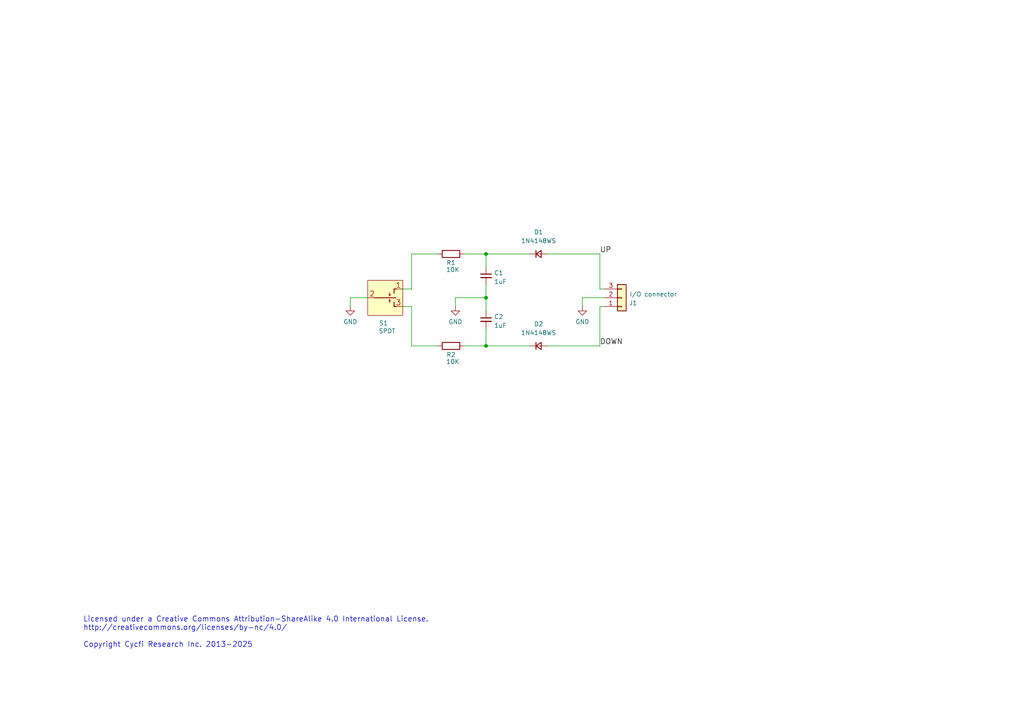
<source format=kicad_sch>
(kicad_sch (version 20250114) (generator "eeschema") (generator_version "9.0")
  (paper "A4")
  (title_block (title "2-Way Switch") (date "2025-08-21") (rev "v2.6") (company "Document Number: 2025006"))
  (lib_symbols
    (symbol "Connector_Generic:Conn_01x03" (pin_names (offset 1.016) (hide yes))
      (property "Reference" "J" (at 0 5.08 0))
      (property "Value" "Conn_01x03" (at 0 -5.08 0))
      (symbol "Conn_01x03_1_1"
        (rectangle (start -1.27 3.81) (end 1.27 -3.81) (stroke (width 0.254)) (fill (type background)))
        (rectangle (start -1.27 2.667) (end 0 2.413) (stroke (width 0.1524)))
        (rectangle (start -1.27 0.127) (end 0 -0.127) (stroke (width 0.1524)))
        (rectangle (start -1.27 -2.413) (end 0 -2.667) (stroke (width 0.1524)))
        (pin passive line (at -5.08 2.54 0) (length 3.81) (name "Pin_1") (number "1"))
        (pin passive line (at -5.08 0 0) (length 3.81) (name "Pin_2") (number "2"))
        (pin passive line (at -5.08 -2.54 0) (length 3.81) (name "Pin_3") (number "3"))
      )
    )
    (symbol "Device:C_Small" (pin_numbers (hide yes)) (pin_names (offset 0.254) (hide yes))
      (property "Reference" "C" (at 0.254 1.778 0))
      (property "Value" "C_Small" (at 0.254 -2.032 0))
      (symbol "C_Small_0_1"
        (polyline (pts (xy -1.524 0.508) (xy 1.524 0.508)) (stroke (width 0.3048)))
        (polyline (pts (xy -1.524 -0.508) (xy 1.524 -0.508)) (stroke (width 0.3302)))
      )
      (symbol "C_Small_1_1"
        (pin passive line (at 0 2.54 270) (length 2.032) (name "~") (number "1"))
        (pin passive line (at 0 -2.54 90) (length 2.032) (name "~") (number "2"))
      )
    )
    (symbol "Device:D_Small" (pin_numbers (hide yes)) (pin_names (offset 0.254) (hide yes))
      (property "Reference" "D" (at -1.27 2.032 0))
      (property "Value" "D_Small" (at -3.81 -2.032 0))
      (symbol "D_Small_0_1"
        (polyline (pts (xy -0.762 0) (xy 0.762 0)))
        (polyline (pts (xy -0.762 -1.016) (xy -0.762 1.016)) (stroke (width 0.254)))
        (polyline (pts (xy 0.762 -1.016) (xy -0.762 0) (xy 0.762 1.016) (xy 0.762 -1.016)) (stroke (width 0.254)))
      )
      (symbol "D_Small_1_1"
        (pin passive line (at -2.54 0 0) (length 1.778) (name "K") (number "1"))
        (pin passive line (at 2.54 0 180) (length 1.778) (name "A") (number "2"))
      )
    )
    (symbol "Device:R" (pin_numbers (hide yes)) (pin_names (offset 0))
      (property "Reference" "R" (at 2.032 0 90))
      (property "Value" "R" (at 0 0 90))
      (symbol "R_0_1"
        (rectangle (start -1.016 -2.54) (end 1.016 2.54) (stroke (width 0.254)))
      )
      (symbol "R_1_1"
        (pin passive line (at 0 3.81 270) (length 1.27) (name "~") (number "1"))
        (pin passive line (at 0 -3.81 90) (length 1.27) (name "~") (number "2"))
      )
    )
    (symbol "cycfi_library:Momentary_SPDT"
      (property "Reference" "S1" (at 7.874 -2.794 90))
      (property "Value" "SPDT" (at 10.414 -2.794 90))
      (symbol "Momentary_SPDT_1_0"
        (polyline (pts (xy -2.54 2.54) (xy -2.54 3.175)) (stroke (width 0.254)))
        (polyline (pts (xy -2.54 2.54) (xy -1.27 2.54)) (stroke (width 0.254)))
        (polyline (pts (xy -1.524 1.27) (xy -0.508 1.27)) (stroke (width 0.1524)))
        (polyline (pts (xy -0.508 1.27) (xy -1.016 1.524)) (stroke (width 0.1524)))
        (polyline (pts (xy -0.508 1.27) (xy -1.016 1.016)) (stroke (width 0.1524)))
        (polyline (pts (xy 0 -3.175) (xy 0 3.048)) (stroke (width 0.254)))
        (polyline (pts (xy 0.508 1.27) (xy 1.016 1.524)) (stroke (width 0.1524)))
        (polyline (pts (xy 0.508 1.27) (xy 1.016 1.016)) (stroke (width 0.1524)))
        (polyline (pts (xy 0.508 1.27) (xy 1.524 1.27)) (stroke (width 0.1524)))
        (polyline (pts (xy 1.27 2.54) (xy 2.54 2.54)) (stroke (width 0.254)))
        (polyline (pts (xy 2.54 2.54) (xy 2.54 3.175)) (stroke (width 0.254)))
        (pin passive line (at -2.54 5.08 270) (length 2.54) (name "O") (number "1"))
        (pin passive line (at 0 -5.08 90) (length 2.54) (name "P") (number "2"))
        (pin passive line (at 2.54 5.08 270) (length 2.54) (name "S") (number "3"))
      )
      (symbol "Momentary_SPDT_1_1"
        (rectangle (start -5.08 5.08) (end 5.08 -5.08) (fill (type background)))
      )
    )
    (symbol "power:GND" (power) (pin_numbers (hide yes)) (pin_names (offset 0) (hide yes))
      (property "Value" "GND" (at 0 -3.81 0))
      (symbol "GND_0_1"
        (polyline (pts (xy 0 0) (xy 0 -1.27) (xy 1.27 -1.27) (xy 0 -2.54) (xy -1.27 -1.27) (xy 0 -1.27)))
      )
      (symbol "GND_1_1"
        (pin power_in line (at 0 0 270) (length 0) (name "~") (number "1"))
      )
    )
  )
  (text "Licensed under a Creative Commons Attribution-ShareAlike 4.0 International License. \nhttp://creativecommons.org/licenses/by-nc/4.0/\n\nCopyright Cycfi Research Inc. 2013-2025" (at 24.13 187.96 0) (effects (font (size 1.524 1.524)) (justify left bottom)))
  (junction (at 140.97 86.36))
  (junction (at 140.97 100.33))
  (junction (at 140.97 73.66))
  (wire (pts (xy 158.75 100.33) (xy 173.99 100.33)))
  (wire (pts (xy 140.97 73.66) (xy 153.67 73.66)))
  (wire (pts (xy 119.38 83.82) (xy 116.84 83.82)) (stroke (width 0.1524)))
  (wire (pts (xy 140.97 86.36) (xy 140.97 90.17)))
  (wire (pts (xy 119.38 88.9) (xy 116.84 88.9)))
  (wire (pts (xy 132.08 88.9) (xy 132.08 86.36)))
  (wire (pts (xy 106.68 86.36) (xy 101.6 86.36)))
  (wire (pts (xy 132.08 86.36) (xy 140.97 86.36)))
  (wire (pts (xy 173.99 83.82) (xy 175.26 83.82)))
  (wire (pts (xy 140.97 95.25) (xy 140.97 100.33)))
  (wire (pts (xy 168.91 86.36) (xy 175.26 86.36)))
  (wire (pts (xy 158.75 73.66) (xy 173.99 73.66)))
  (wire (pts (xy 168.91 88.9) (xy 168.91 86.36)))
  (wire (pts (xy 140.97 100.33) (xy 153.67 100.33)))
  (wire (pts (xy 134.62 100.33) (xy 140.97 100.33)))
  (wire (pts (xy 173.99 88.9) (xy 173.99 100.33)))
  (wire (pts (xy 134.62 73.66) (xy 140.97 73.66)) (stroke (width 0.1524)))
  (wire (pts (xy 119.38 73.66) (xy 119.38 83.82)) (stroke (width 0.1524)))
  (wire (pts (xy 119.38 100.33) (xy 127 100.33)))
  (wire (pts (xy 119.38 73.66) (xy 127 73.66)) (stroke (width 0.1524)))
  (wire (pts (xy 119.38 88.9) (xy 119.38 100.33)))
  (wire (pts (xy 101.6 86.36) (xy 101.6 88.9)))
  (wire (pts (xy 140.97 82.55) (xy 140.97 86.36)))
  (wire (pts (xy 173.99 88.9) (xy 175.26 88.9)))
  (wire (pts (xy 140.97 77.47) (xy 140.97 73.66)) (stroke (width 0.1524)))
  (wire (pts (xy 173.99 83.82) (xy 173.99 73.66)))
  (label "DOWN" (at 173.99 100.33 0) (effects (font (size 1.524 1.524))))
  (label "UP" (at 173.99 73.66 0) (effects (font (size 1.524 1.524))))
  (symbol (lib_id "Device:D_Small") (at 156.21 73.66 0) (unit 1)
    (property "Reference" "D1" (at 156.21 67.31 0))
    (property "Value" "1N4148WS" (at 156.21 69.85 0))
    (property "Footprint" "Diode_SMD:D_SOD-323" (effects (hide yes)))
    (property "Description" "Diode, small symbol" (effects (hide yes)))
    (property "LCSC" "C2128" (effects (hide yes)))
    (property "Sim.Device" "D" (effects (hide yes)))
    (property "Sim.Pins" "1=K 2=A" (effects (hide yes)))
  )
  (symbol (lib_id "Device:C_Small") (at 140.97 80.01 0) (unit 1)
    (property "Reference" "C1" (at 143.2941 79.1816 0) (effects (justify left)))
    (property "Value" "1uF" (at 143.2941 81.7185 0) (effects (justify left)))
    (property "Footprint" "Capacitor_SMD:C_0603_1608Metric" (effects (hide yes)))
    (property "Description" "Unpolarized capacitor, small symbol" (effects (hide yes)))
    (property "LCSC" "C15849" (effects (hide yes)))
  )
  (symbol (lib_id "cycfi_library:Momentary_SPDT") (at 111.76 86.36 270) (unit 1)
    (property "Reference" "S1" (at 111.252 93.726 90))
    (property "Value" "SPDT" (at 112.268 96.012 90))
    (property "Footprint" "cycfi_library:MINI_SPDT" (effects (hide yes)))
  )
  (symbol (lib_id "power:GND") (at 101.6 88.9 0) (unit 1)
    (property "Reference" "#PWR03" (effects (hide yes)))
    (property "Value" "GND" (at 101.6 93.3434 0))
    (property "Description" "Power symbol creates a global label with name \"GND\" , ground" (effects (hide yes)))
  )
  (symbol (lib_id "Device:D_Small") (at 156.21 100.33 0) (unit 1)
    (property "Reference" "D2" (at 156.21 93.98 0))
    (property "Value" "1N4148WS" (at 156.21 96.52 0))
    (property "Footprint" "Diode_SMD:D_SOD-323" (effects (hide yes)))
    (property "Description" "Diode, small symbol" (effects (hide yes)))
    (property "LCSC" "C2128" (effects (hide yes)))
    (property "Sim.Device" "D" (effects (hide yes)))
    (property "Sim.Pins" "1=K 2=A" (effects (hide yes)))
  )
  (symbol (lib_id "power:GND") (at 132.08 88.9 0) (unit 1)
    (property "Reference" "#PWR01" (effects (hide yes)))
    (property "Value" "GND" (at 132.08 93.3434 0))
    (property "Description" "Power symbol creates a global label with name \"GND\" , ground" (effects (hide yes)))
  )
  (symbol (lib_id "Device:C_Small") (at 140.97 92.71 0) (unit 1)
    (property "Reference" "C2" (at 143.2941 91.8816 0) (effects (justify left)))
    (property "Value" "1uF" (at 143.2941 94.4185 0) (effects (justify left)))
    (property "Footprint" "Capacitor_SMD:C_0603_1608Metric" (effects (hide yes)))
    (property "Description" "Unpolarized capacitor, small symbol" (effects (hide yes)))
    (property "LCSC" "C15849" (effects (hide yes)))
  )
  (symbol (lib_id "power:GND") (at 168.91 88.9 0) (unit 1)
    (property "Reference" "#PWR04" (effects (hide yes)))
    (property "Value" "GND" (at 168.91 93.3434 0))
    (property "Description" "Power symbol creates a global label with name \"GND\" , ground" (effects (hide yes)))
  )
  (symbol (lib_id "Connector_Generic:Conn_01x03") (at 180.34 86.36 0) (mirror x) (unit 1)
    (property "Reference" "J1" (at 183.642 87.884 0))
    (property "Value" "I/O connector" (at 189.484 85.344 0))
    (property "Footprint" "cycfi_library:pin_header_1x3p_2.54mm_smd_horizontal" (effects (hide yes)))
    (property "Description" "Generic connector, single row, 01x03, script generated (kicad-library-utils/schlib/autogen/connector/)" (effects (hide yes)))
    (property "LCSC" "C6332196" (effects (hide yes)))
    (property "JLCPCB_CORRECTION" "0;0;90" (effects (hide yes)))
  )
  (symbol (lib_id "Device:R") (at 130.81 100.33 90) (unit 1)
    (property "Reference" "R2" (at 130.81 102.8731 90))
    (property "Value" "10K" (at 131.318 104.902 90))
    (property "Footprint" "Resistor_SMD:R_0402_1005Metric" (effects (hide yes)))
    (property "Description" "Resistor" (effects (hide yes)))
    (property "LCSC" "C25744" (effects (hide yes)))
  )
  (symbol (lib_id "Device:R") (at 130.81 73.66 90) (unit 1)
    (property "Reference" "R1" (at 130.81 76.2031 90))
    (property "Value" "10K" (at 131.318 78.232 90))
    (property "Footprint" "Resistor_SMD:R_0402_1005Metric" (effects (hide yes)))
    (property "Description" "Resistor" (effects (hide yes)))
    (property "LCSC" "C25744" (effects (hide yes)))
  )
)
</source>
